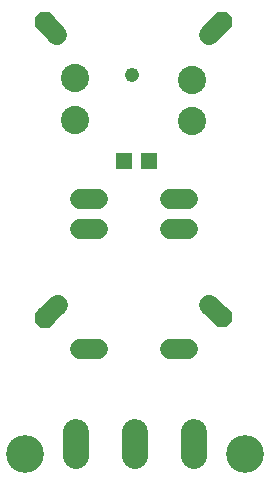
<source format=gts>
G75*
%MOIN*%
%OFA0B0*%
%FSLAX24Y24*%
%IPPOS*%
%LPD*%
%AMOC8*
5,1,8,0,0,1.08239X$1,22.5*
%
%ADD10R,0.0552X0.0552*%
%ADD11C,0.1261*%
%ADD12C,0.0860*%
%ADD13C,0.0680*%
%ADD14C,0.0674*%
%ADD15C,0.0940*%
%ADD16OC8,0.0680*%
%ADD17C,0.0476*%
D10*
X006439Y013754D03*
X007266Y013754D03*
D11*
X003140Y004013D03*
X010455Y004013D03*
D12*
X008767Y003942D02*
X008767Y004722D01*
X006797Y004722D02*
X006797Y003942D01*
X004827Y003942D02*
X004827Y004722D01*
D13*
X004946Y007486D02*
X005546Y007486D01*
X005546Y011486D02*
X004946Y011486D01*
X004946Y012486D02*
X005546Y012486D01*
X007946Y012486D02*
X008546Y012486D01*
X008546Y011486D02*
X007946Y011486D01*
X007946Y007486D02*
X008546Y007486D01*
D14*
X009697Y008555D02*
X009277Y008975D01*
X004223Y008975D02*
X003803Y008555D01*
X004211Y017977D02*
X003791Y018397D01*
X009277Y017977D02*
X009697Y018397D01*
D15*
X008711Y016466D03*
X008711Y015088D03*
X004785Y015147D03*
X004785Y016525D03*
D16*
X003805Y018387D03*
X003805Y008545D03*
X009699Y008561D03*
X009711Y018387D03*
D17*
X006687Y016628D03*
M02*

</source>
